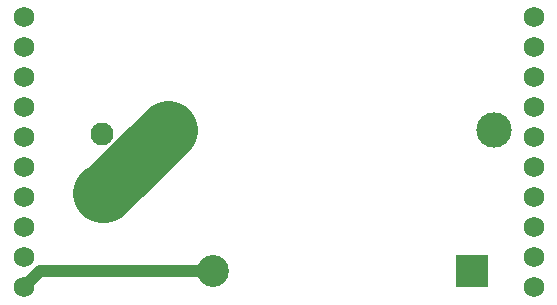
<source format=gbr>
%TF.GenerationSoftware,KiCad,Pcbnew,8.0.8*%
%TF.CreationDate,2025-03-02T20:19:54-05:00*%
%TF.ProjectId,VCU MPR V2.0,56435520-4d50-4522-9056-322e302e6b69,rev?*%
%TF.SameCoordinates,Original*%
%TF.FileFunction,Copper,L1,Top*%
%TF.FilePolarity,Positive*%
%FSLAX46Y46*%
G04 Gerber Fmt 4.6, Leading zero omitted, Abs format (unit mm)*
G04 Created by KiCad (PCBNEW 8.0.8) date 2025-03-02 20:19:54*
%MOMM*%
%LPD*%
G01*
G04 APERTURE LIST*
%TA.AperFunction,ComponentPad*%
%ADD10C,1.750000*%
%TD*%
%TA.AperFunction,ComponentPad*%
%ADD11R,2.700000X2.700000*%
%TD*%
%TA.AperFunction,ComponentPad*%
%ADD12C,2.700000*%
%TD*%
%TA.AperFunction,ComponentPad*%
%ADD13C,3.000000*%
%TD*%
%TA.AperFunction,ComponentPad*%
%ADD14C,1.950000*%
%TD*%
%TA.AperFunction,Conductor*%
%ADD15C,5.000000*%
%TD*%
%TA.AperFunction,Conductor*%
%ADD16C,1.000000*%
%TD*%
G04 APERTURE END LIST*
D10*
%TO.P,J2,1*%
%TO.N,N/C*%
X76200000Y-50800000D03*
%TO.P,J2,2*%
X76200000Y-53340000D03*
%TO.P,J2,3*%
X76200000Y-55880000D03*
%TO.P,J2,4*%
X76200000Y-58420000D03*
%TO.P,J2,5*%
X76200000Y-60960000D03*
%TO.P,J2,6*%
X76200000Y-63500000D03*
%TO.P,J2,7*%
X76200000Y-66040000D03*
%TO.P,J2,8*%
X76200000Y-68580000D03*
%TO.P,J2,9*%
X76200000Y-71120000D03*
%TO.P,J2,10*%
%TO.N,VCU-MPRD*%
X76200000Y-73660000D03*
%TD*%
%TO.P,J2,1*%
%TO.N,N/C*%
X119380000Y-50800000D03*
%TO.P,J2,2*%
X119380000Y-53340000D03*
%TO.P,J2,3*%
X119380000Y-55880000D03*
%TO.P,J2,4*%
X119380000Y-58420000D03*
%TO.P,J2,5*%
X119380000Y-60960000D03*
%TO.P,J2,6*%
X119380000Y-63500000D03*
%TO.P,J2,7*%
X119380000Y-66040000D03*
%TO.P,J2,8*%
X119380000Y-68580000D03*
%TO.P,J2,9*%
X119380000Y-71120000D03*
%TO.P,J2,10*%
X119380000Y-73660000D03*
%TD*%
D11*
%TO.P,K1,1*%
%TO.N,/VBATT*%
X114200000Y-72300000D03*
D12*
%TO.P,K1,2*%
%TO.N,VCU-MPRD*%
X92200000Y-72300000D03*
D13*
%TO.P,K1,3*%
%TO.N,/VBATT*%
X116000000Y-60300000D03*
%TO.P,K1,4*%
%TO.N,/VCU VBATT*%
X88400000Y-60300000D03*
%TD*%
D14*
%TO.P,J1,1*%
%TO.N,/VBATT*%
X82800000Y-60700000D03*
%TO.P,J1,2*%
%TO.N,/VCU VBATT*%
X82800000Y-65700000D03*
%TD*%
D15*
%TO.N,/VCU VBATT*%
X83000000Y-65700000D02*
X88400000Y-60300000D01*
X82800000Y-65700000D02*
X83000000Y-65700000D01*
D16*
%TO.N,VCU-MPRD*%
X92200000Y-72300000D02*
X77560000Y-72300000D01*
X77560000Y-72300000D02*
X76200000Y-73660000D01*
%TD*%
M02*

</source>
